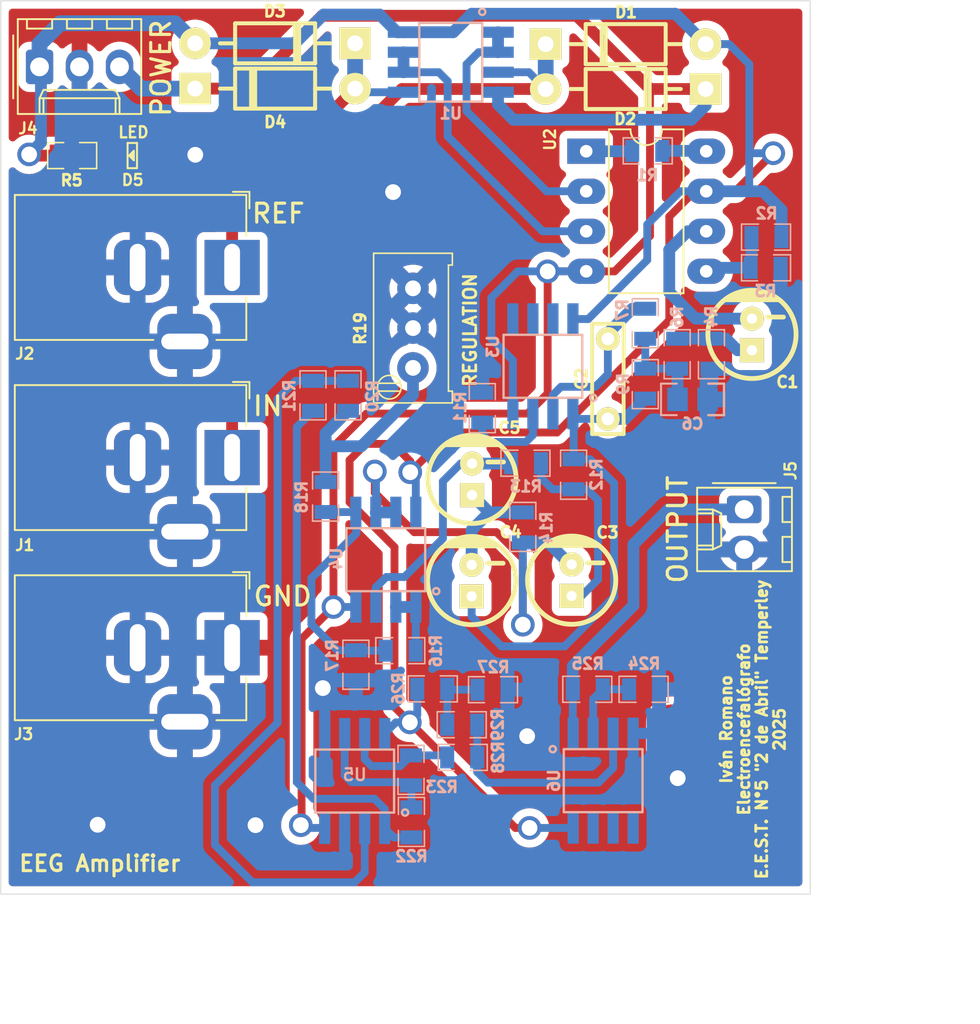
<source format=kicad_pcb>
(kicad_pcb (version 20240108) (generator "pcbnew") (generator_version "8.0")
  (title_block (title "Amplificador Electroencefalograma") (date "13-06-25") (rev "v3,.0") (company "E.E.S.T. N°5 \"2 de Abril\" Temperley") (comment 1 "Autor: Iván Romano") (comment 2 "Curso: 7mo 6ta") (comment 3 "Grupo: 2"))
  (layers (0 "F.Cu" signal) (31 "B.Cu" signal) (34 "B.Paste" user) (35 "F.Paste" user) (36 "B.SilkS" user "B.Silkscreen") (37 "F.SilkS" user "F.Silkscreen") (38 "B.Mask" user) (39 "F.Mask" user) (44 "Edge.Cuts" user))
  (net 0 "")
  (net 1 "Net-(C1-Pad1)")
  (net 2 "/AD620_OUT")
  (net 3 "/Filters_OUT")
  (net 4 "Net-(U3-IN1-)")
  (net 5 "Net-(C3-Pad1)")
  (net 6 "Net-(U4-IN2-)")
  (net 7 "Net-(C4-Pad2)")
  (net 8 "Net-(U4-IN1+)")
  (net 9 "Net-(C6-Pad1)")
  (net 10 "GND")
  (net 11 "-5V")
  (net 12 "+5V")
  (net 13 "/INPUT")
  (net 14 "/REF")
  (net 15 "/OUTPUT")
  (net 16 "Net-(R1-Pad2)")
  (net 17 "Net-(R1-Pad1)")
  (net 18 "/AD620_Ref")
  (net 19 "Net-(U3-IN1+)")
  (net 20 "Net-(U4-IN1-)")
  (net 21 "/NotchFilter_OUT")
  (net 22 "Net-(R18-Pad2)")
  (net 23 "Net-(U5-IN1-)")
  (net 24 "Net-(U5-Out1)")
  (net 25 "Net-(U5-IN2-)")
  (net 26 "Net-(U6-IN1-)")
  (net 27 "/Offset_Ref")
  (net 28 "Net-(U6-IN1+)")
  (net 29 "/Amp_OUT")
  (net 30 "/IN-")
  (net 31 "/IN+")
  (net 38 "Net-(D5-A)")
  (footprint "Logo Romano:Potenciometer_Trimpot" (layer "F.Cu") (at 154.065 89.6075 90)
    (property "Reference" "R19")
    (property "Value" "REGULATION")
  )
  (footprint "Connector_BarrelJack:BarrelJack_Horizontal" (layer "F.Cu") (at 142.58 85.7575)
    (property "Reference" "J2")
    (property "Value" "REF")
  )
  (footprint "Connector_BarrelJack:BarrelJack_Horizontal" (layer "F.Cu") (at 142.58 97.82625)
    (property "Reference" "J1")
    (property "Value" "IN")
  )
  (footprint "EESTN5:R_0805" (layer "F.Cu") (at 132.39 78.6575)
    (property "Reference" "R5")
    (property "Value" "470" (hide yes))
  )
  (footprint "Connector_Molex:Molex_KK-254_AE-6410-03A_1x03_P2.54mm_Vertical" (layer "F.Cu") (at 130.35 73.0275)
    (property "Reference" "J4")
    (property "Value" "POWER")
  )
  (footprint "EESTN5:CAP_ELEC_5x11mm" (layer "F.Cu") (at 175.59 90.0075)
    (property "Reference" "C1")
    (property "Value" "470u" (hide yes))
  )
  (footprint "EESTN5:CAP_ELEC_5x11mm" (layer "F.Cu") (at 164.14 105.6075)
    (property "Reference" "C3")
    (property "Value" "22u" (hide yes))
  )
  (footprint "EESTN5:CAP_ELEC_5x11mm" (layer "F.Cu") (at 157.79 105.6325)
    (property "Reference" "C4")
    (property "Value" "10u" (hide yes))
  )
  (footprint "EESTN5:DO-41" (layer "F.Cu") (at 145.30997 74.40696 180)
    (property "Reference" "D4")
    (property "Value" "1N4007" (hide yes))
  )
  (footprint "EESTN5:DO-41" (layer "F.Cu") (at 167.57 71.5825 180)
    (property "Reference" "D2")
    (property "Value" "1N4007" (hide yes))
  )
  (footprint "EESTN5:Led_0805" (layer "F.Cu") (at 136.24 78.6575 180)
    (property "Reference" "D5")
    (property "Value" "LED")
  )
  (footprint "EESTN5:CAP_ELEC_5x11mm" (layer "F.Cu") (at 157.815 99.2075)
    (property "Reference" "C5")
    (property "Value" "10u" (hide yes))
  )
  (footprint "Connector_BarrelJack:BarrelJack_Horizontal" (layer "F.Cu") (at 142.58 109.895)
    (property "Reference" "J3")
    (property "Value" "GND")
  )
  (footprint "EESTN5:CAP_0.2" (layer "F.Cu") (at 166.44 92.8325 90)
    (property "Reference" "C2")
    (property "Value" "4700n" (hide yes))
  )
  (footprint "Logo Romano:Logo_Romano" (layer "F.Cu") (at 170.85 114.85 90)
    (property "Reference" "G***" (hide yes))
    (property "Value" "LOGO" (hide yes))
  )
  (footprint "Connector_Molex:Molex_KK-254_AE-6410-02A_1x02_P2.54mm_Vertical" (layer "F.Cu") (at 175.0974 101.1175 -90)
    (property "Reference" "J5")
    (property "Value" "OUTPUT")
  )
  (footprint "EESTN5:DO-41" (layer "F.Cu") (at 167.57 74.4325)
    (property "Reference" "D1")
    (property "Value" "1N4007" (hide yes))
  )
  (footprint "EESTN5:DO-41" (layer "F.Cu") (at 145.30997 71.5325)
    (property "Reference" "D3")
    (property "Value" "1N4007" (hide yes))
  )
  (footprint "EESTN5:DIP-8" (layer "F.Cu") (at 165.065 78.3825)
    (property "Reference" "U2")
    (property "Value" "AD620" (hide yes))
  )
  (footprint "EESTN5:R_0805" (layer "B.Cu") (at 161.04 102.2575 90)
    (property "Reference" "R14")
    (property "Value" "150" (hide yes))
  )
  (footprint "EESTN5:R_0805" (layer "B.Cu") (at 153.94 117.68 90)
    (property "Reference" "R23")
    (property "Value" "1k" (hide yes))
  )
  (footprint "EESTN5:R_0805" (layer "B.Cu") (at 168.815 89.3325 90)
    (property "Reference" "R7")
    (property "Value" "22" (hide yes))
  )
  (footprint "EESTN5:R_0805" (layer "B.Cu") (at 153.29 110.0825 180)
    (property "Reference" "R16")
    (property "Value" "330" (hide yes))
  )
  (footprint "EESTN5:R_0805" (layer "B.Cu") (at 153.965 120.9825 90)
    (property "Reference" "R22")
    (property "Value" "270" (hide yes))
  )
  (footprint "EESTN5:R_0805" (layer "B.Cu") (at 157.19 114.7825 180)
    (property "Reference" "R29")
    (property "Value" "1k" (hide yes))
  )
  (footprint "EESTN5:R_0805" (layer "B.Cu") (at 168.815 93.1325 -90)
    (property "Reference" "R9")
    (property "Value" "220" (hide yes))
  )
  (footprint "EESTN5:R_0805" (layer "B.Cu") (at 165.165 112.5325 180)
    (property "Reference" "R25")
    (property "Value" "1k" (hide yes))
  )
  (footprint "EESTN5:R_0805" (layer "B.Cu") (at 149.94 93.9075 90)
    (property "Reference" "R20")
    (property "Value" "10k" (hide yes))
  )
  (footprint "EESTN5:SSOP-8" (layer "B.Cu") (at 156.465 72.7325 -90)
    (property "Reference" "U1")
    (property "Value" "LM358" (hide yes))
  )
  (footprint "EESTN5:SSOP-8" (layer "B.Cu") (at 152.34 104.3075 180)
    (property "Reference" "U4")
    (property "Value" "LM358" (hide yes))
  )
  (footprint "EESTN5:SSOP-8" (layer "B.Cu") (at 162.315 92.0325 180)
    (property "Reference" "U3")
    (property "Value" "LM358" (hide yes))
  )
  (footprint "EESTN5:R_0805" (layer "B.Cu") (at 157.19 116.8575)
    (property "Reference" "R28")
    (property "Value" "1k" (hide yes))
  )
  (footprint "EESTN5:R_0805" (layer "B.Cu") (at 159.115 112.5575)
    (property "Reference" "R27")
    (property "Value" "220" (hide yes))
  )
  (footprint "EESTN5:R_0805" (layer "B.Cu") (at 168.94 78.3575)
    (property "Reference" "R1")
    (property "Value" "56" (hide yes))
  )
  (footprint "EESTN5:R_0805" (layer "B.Cu") (at 148.515 100.3325 90)
    (property "Reference" "R18")
    (property "Value" "4,7k" (hide yes))
  )
  (footprint "EESTN5:R_0805" (layer "B.Cu") (at 176.515 83.8325 180)
    (property "Reference" "R2")
    (property "Value" "510" (hide yes))
  )
  (footprint "EESTN5:SSOP-8" (layer "B.Cu") (at 150.365 118.3575 180)
    (property "Reference" "U5")
    (property "Value" "LM358" (hide yes))
  )
  (footprint "EESTN5:R_0805" (layer "B.Cu") (at 147.715 93.9075 90)
    (property "Reference" "R21")
    (property "Value" "100k" (hide yes))
  )
  (footprint "EESTN5:R_0805" (layer "B.Cu") (at 155.29 112.5075)
    (property "Reference" "R26")
    (property "Value" "510" (hide yes))
  )
  (footprint "EESTN5:R_0805" (layer "B.Cu") (at 150.44 111.0075 90)
    (property "Reference" "R17")
    (property "Value" "4,7k" (hide yes))
  )
  (footprint "EESTN5:R_0805" (layer "B.Cu") (at 158.465 94.6575 -90)
    (property "Reference" "R11")
    (property "Value" "47" (hide yes))
  )
  (footprint "EESTN5:R_0805" (layer "B.Cu") (at 170.84 91.2325 -90)
    (property "Reference" "R6")
    (property "Value" "22" (hide yes))
  )
  (footprint "EESTN5:R_0805" (layer "B.Cu") (at 168.74 112.5325 180)
    (property "Reference" "R24")
    (property "Value" "1k" (hide yes))
  )
  (footprint "EESTN5:R_0805" (layer "B.Cu") (at 173.015 91.2325 -90)
    (property "Reference" "R4")
    (property "Value" "680" (hide yes))
  )
  (footprint "EESTN5:R_0805" (layer "B.Cu") (at 161.24 98.1825 180)
    (property "Reference" "R13")
    (property "Value" "330" (hide yes))
  )
  (footprint "EESTN5:R_0805" (layer "B.Cu") (at 164.265 98.8825 -90)
    (property "Reference" "R12")
    (property "Value" "330" (hide yes))
  )
  (footprint "EESTN5:R_0805" (layer "B.Cu") (at 176.4515 85.7825)
    (property "Reference" "R3")
    (property "Value" "220" (hide yes))
  )
  (footprint "EESTN5:SSOP-8" (layer "B.Cu") (at 166.14 118.3325)
    (property "Reference" "U6")
    (property "Value" "LM358" (hide yes))
  )
  (footprint "EESTN5:C_0805" (layer "B.Cu") (at 171.815 94.1325 180)
    (property "Reference" "C6")
    (property "Value" "100u" (hide yes))
  )
  (gr_rect (start 127.89 68.8325) (end 179.29 125.5325) (stroke (width 0.05)) (fill none) (layer "Edge.Cuts"))
  (gr_text "Iván Romano\nElectroencefalógrafo\nE.E.S.T. N°5 {dblquote}2 de Abril{dblquote} Temperley\n2025" (at 177.75 115.075 90) (layer "F.SilkS") (effects (font (size 0.7 0.7) (thickness 0.175) (bold yes)) (justify bottom)))
  (gr_text "EEG Amplifier" (at 128.95 124.175 0) (layer "F.SilkS") (effects (font (size 1 1) (thickness 0.2) (bold yes)) (justify left bottom)))
  (segment (start 173.9375 90.28) (end 173.015 90.28) (width 0.75) (layer "B.Cu") (net 1))
  (segment (start 174.665 91.0075) (end 173.9375 90.28) (width 0.75) (layer "B.Cu") (net 1))
  (segment (start 175.59 91.0075) (end 174.665 91.0075) (width 0.75) (layer "B.Cu") (net 1))
  (segment (start 173.015 90.28) (end 170.84 90.28) (width 0.75) (layer "B.Cu") (net 1))
  (segment (start 170.34 84.6325) (end 171.51 83.4625) (width 0.75) (layer "B.Cu") (net 2))
  (segment (start 171.51 83.4625) (end 172.685 83.4625) (width 0.75) (layer "B.Cu") (net 2))
  (segment (start 172.015 89.0075) (end 170.34 87.3325) (width 0.75) (layer "B.Cu") (net 2))
  (segment (start 175.59 89.0075) (end 172.015 89.0075) (width 0.75) (layer "B.Cu") (net 2))
  (segment (start 170.34 87.3325) (end 170.34 84.6325) (width 0.75) (layer "B.Cu") (net 2))
  (segment (start 164.265 95.0775) (end 164.22 95.0325) (width 0.5) (layer "B.Cu") (net 3))
  (segment (start 164.56 95.3725) (end 164.22 95.0325) (width 0.5) (layer "B.Cu") (net 3))
  (segment (start 163.69 109.8075) (end 166.84 106.6575) (width 0.5) (layer "B.Cu") (net 3))
  (segment (start 166.44 95.3725) (end 164.56 95.3725) (width 0.5) (layer "B.Cu") (net 3))
  (segment (start 166.44 95.3725) (end 167.5275 95.3725) (width 0.75) (layer "B.Cu") (net 3))
  (segment (start 166.84 99.4575) (end 165.3125 97.93) (width 0.5) (layer "B.Cu") (net 3))
  (segment (start 167.5275 95.3725) (end 168.815 94.085) (width 0.75) (layer "B.Cu") (net 3))
  (segment (start 166.84 106.6575) (end 166.84 99.4575) (width 0.5) (layer "B.Cu") (net 3))
  (segment (start 157.79 106.6325) (end 157.79 107.9075) (width 0.5) (layer "B.Cu") (net 3))
  (segment (start 164.265 97.93) (end 164.265 95.0775) (width 0.5) (layer "B.Cu") (net 3))
  (segment (start 165.3125 97.93) (end 164.265 97.93) (width 0.5) (layer "B.Cu") (net 3))
  (segment (start 159.69 109.8075) (end 163.69 109.8075) (width 0.5) (layer "B.Cu") (net 3))
  (segment (start 157.79 107.9075) (end 159.69 109.8075) (width 0.5) (layer "B.Cu") (net 3))
  (segment (start 166.44 90.2925) (end 166.44 89.9325) (width 0.75) (layer "B.Cu") (net 4))
  (segment (start 162.95 95.0325) (end 162.95 93.8475) (width 0.5) (layer "B.Cu") (net 4))
  (segment (start 166.44 92.5325) (end 166.44 90.2925) (width 0.5) (layer "B.Cu") (net 4))
  (segment (start 166.44 89.9325) (end 167.9925 88.38) (width 0.75) (layer "B.Cu") (net 4))
  (segment (start 162.95 93.8475) (end 163.465 93.3325) (width 0.5) (layer "B.Cu") (net 4))
  (segment (start 165.64 93.3325) (end 166.44 92.5325) (width 0.5) (layer "B.Cu") (net 4))
  (segment (start 167.9925 88.38) (end 168.815 88.38) (width 0.75) (layer "B.Cu") (net 4))
  (segment (start 163.465 93.3325) (end 165.64 93.3325) (width 0.5) (layer "B.Cu") (net 4))
  (segment (start 162.9175 99.835) (end 162.1925 99.11) (width 0.5) (layer "B.Cu") (net 5))
  (segment (start 165.815 105.5575) (end 165.815 100.5325) (width 0.5) (layer "B.Cu") (net 5))
  (segment (start 164.265 99.835) (end 162.9175 99.835) (width 0.5) (layer "B.Cu") (net 5))
  (segment (start 164.14 106.6075) (end 164.765 106.6075) (width 0.5) (layer "B.Cu") (net 5))
  (segment (start 165.815 100.5325) (end 165.1175 99.835) (width 0.5) (layer "B.Cu") (net 5))
  (segment (start 165.1175 99.835) (end 164.265 99.835) (width 0.5) (layer "B.Cu") (net 5))
  (segment (start 162.1925 99.11) (end 162.1925 98.1825) (width 0.5) (layer "B.Cu") (net 5))
  (segment (start 164.765 106.6075) (end 165.815 105.5575) (width 0.5) (layer "B.Cu") (net 5))
  (segment (start 159.365 102.5575) (end 154.14 102.5575) (width 0.5) (layer "F.Cu") (net 6))
  (segment (start 161.04 108.4325) (end 161.04 104.2325) (width 0.5) (layer "F.Cu") (net 6))
  (segment (start 161.04 104.2325) (end 159.365 102.5575) (width 0.5) (layer "F.Cu") (net 6))
  (segment (start 154.14 102.5575) (end 151.64 100.0575) (width 0.5) (layer "F.Cu") (net 6))
  (segment (start 151.64 100.0575) (end 151.64 98.7075) (width 0.5) (layer "F.Cu") (net 6))
  (via (at 151.64 98.7075) (size 1.5) (drill 1) (layers "F.Cu" "B.Cu") (net 6))
  (via (at 161.04 108.4325) (size 1.5) (drill 1) (layers "F.Cu" "B.Cu") (net 6))
  (segment (start 151.715 101.2975) (end 151.705 101.3075) (width 0.5) (layer "B.Cu") (net 6))
  (segment (start 151.715 98.7825) (end 151.715 101.2975) (width 0.5) (layer "B.Cu") (net 6))
  (segment (start 151.64 98.7075) (end 151.715 98.7825) (width 0.5) (layer "B.Cu") (net 6))
  (segment (start 162.6425 103.21) (end 161.04 103.21) (width 0.75) (layer "B.Cu") (net 6))
  (segment (start 161.04 103.21) (end 161.04 108.4325) (width 0.5) (layer "B.Cu") (net 6))
  (segment (start 151.705 101.3075) (end 152.975 101.3075) (width 0.75) (layer "B.Cu") (net 6))
  (segment (start 164.04 104.6075) (end 162.6425 103.21) (width 0.75) (layer "B.Cu") (net 6))
  (segment (start 164.14 104.6075) (end 164.04 104.6075) (width 0.75) (layer "B.Cu") (net 6))
  (segment (start 158.9125 101.305) (end 157.815 100.2075) (width 0.75) (layer "B.Cu") (net 7))
  (segment (start 161.04 101.305) (end 158.9125 101.305) (width 0.75) (layer "B.Cu") (net 7))
  (segment (start 157.79 102.4275) (end 158.9125 101.305) (width 0.75) (layer "B.Cu") (net 7))
  (segment (start 157.79 104.6325) (end 157.79 102.4275) (width 0.75) (layer "B.Cu") (net 7))
  (segment (start 157.815 98.2075) (end 160.2625 98.2075) (width 0.75) (layer "B.Cu") (net 8))
  (segment (start 157.09 98.2075) (end 157.815 98.2075) (width 0.5) (layer "B.Cu") (net 8))
  (segment (start 153.515 105.4075) (end 155.965 102.9575) (width 0.5) (layer "B.Cu") (net 8))
  (segment (start 160.2625 98.2075) (end 160.2875 98.1825) (width 0.75) (layer "B.Cu") (net 8))
  (segment (start 151.705 106.0675) (end 152.365 105.4075) (width 0.5) (layer "B.Cu") (net 8))
  (segment (start 155.965 102.9575) (end 155.965 99.3325) (width 0.5) (layer "B.Cu") (net 8))
  (segment (start 152.365 105.4075) (end 153.515 105.4075) (width 0.5) (layer "B.Cu") (net 8))
  (segment (start 151.705 107.3075) (end 151.705 106.0675) (width 0.5) (layer "B.Cu") (net 8))
  (segment (start 155.965 99.3325) (end 157.09 98.2075) (width 0.5) (layer "B.Cu") (net 8))
  (segment (start 168.815 92.18) (end 170.835 92.18) (width 0.5) (layer "B.Cu") (net 9))
  (segment (start 168.815 92.18) (end 168.815 90.285) (width 0.5) (layer "B.Cu") (net 9))
  (segment (start 170.82 92.205) (end 170.84 92.185) (width 0.75) (layer "B.Cu") (net 9))
  (segment (start 170.835 92.18) (end 170.84 92.185) (width 0.5) (layer "B.Cu") (net 9))
  (segment (start 170.8625 94.1325) (end 170.8625 92.2075) (width 0.75) (layer "B.Cu") (net 9))
  (segment (start 170.8625 92.2075) (end 170.84 92.185) (width 0.75) (layer "B.Cu") (net 9))
  (segment (start 137.28902 78.6575) (end 140.19 78.6575) (width 0.75) (layer "F.Cu") (net 10))
  (segment (start 140.19 78.6575) (end 140.24 78.6075) (width 0.75) (layer "F.Cu") (net 10))
  (via (at 152.8 80.975) (size 1.5) (drill 1) (layers "F.Cu" "B.Cu") (net 10))
  (via (at 140.24 78.6075) (size 1.5) (drill 1) (layers "F.Cu" "B.Cu") (net 10))
  (via (at 161.315 115.5075) (size 1.5) (drill 1) (layers "F.Cu" "B.Cu") (net 10))
  (via (at 144.065 121.1575) (size 1.5) (drill 1) (layers "F.Cu" "B.Cu") (net 10))
  (via (at 134.04 121.1325) (size 1.5) (drill 1) (layers "F.Cu" "B.Cu") (net 10))
  (via (at 148.34 112.4575) (size 1.5) (drill 1) (layers "F.Cu" "B.Cu") (net 10))
  (via (at 170.875 118.175) (size 1.5) (drill 1) (layers "F.Cu" "B.Cu") (net 10))
  (segment (start 169.115 74.4325) (end 172.65 74.4325) (width 0.75) (layer "F.Cu") (net 11))
  (segment (start 148.29 69.7825) (end 164.465 69.7825) (width 0.75) (layer "F.Cu") (net 11))
  (segment (start 166.865 86.0075) (end 169.115 83.7575) (width 0.5) (layer "F.Cu") (net 11))
  (segment (start 146.94 121.1575) (end 146.99 121.1075) (width 0.5) (layer "F.Cu") (net 11))
  (segment (start 162.615 93.7575) (end 162.615 86.0075) (width 0.5) (layer "F.Cu") (net 11))
  (segment (start 149.015 107.3075) (end 149.015 97.1325) (width 0.5) (layer "F.Cu") (net 11))
  (segment (start 149.015 97.1325) (end 151.115 95.0325) (width 0.5) (layer "F.Cu") (net 11))
  (segment (start 143.66554 74.40696) (end 148.29 69.7825) (width 0.75) (layer "F.Cu") (net 11))
  (segment (start 146.99 121.1075) (end 146.99 109.3325) (width 0.5) (layer "F.Cu") (net 11))
  (segment (start 164.465 69.7825) (end 169.115 74.4325) (width 0.75) (layer "F.Cu") (net 11))
  (segment (start 151.115 95.0325) (end 161.34 95.0325) (width 0.5) (layer "F.Cu") (net 11))
  (segment (start 161.34 95.0325) (end 162.615 93.7575) (width 0.5) (layer "F.Cu") (net 11))
  (segment (start 169.115 83.7575) (end 169.115 74.4325) (width 0.5) (layer "F.Cu") (net 11))
  (segment (start 140.22997 74.40696) (end 143.66554 74.40696) (width 0.75) (layer "F.Cu") (net 11))
  (segment (start 146.99 109.3325) (end 149.015 107.3075) (width 0.5) (layer "F.Cu") (net 11))
  (segment (start 162.615 86.0075) (end 166.865 86.0075) (width 0.5) (layer "F.Cu") (net 11))
  (via (at 149.015 107.3075) (size 1.5) (drill 1) (layers "F.Cu" "B.Cu") (net 11))
  (via (at 146.94 121.1575) (size 1.5) (drill 1) (layers "F.Cu" "B.Cu") (net 11))
  (via (at 162.615 86.0075) (size 1.5) (drill 1) (layers "F.Cu" "B.Cu") (net 11))
  (segment (start 172.65 74.4325) (end 172.65 75.4725) (width 0.75) (layer "B.Cu") (net 11))
  (segment (start 162.62 86.0025) (end 162.615 86.0075) (width 0.5) (layer "B.Cu") (net 11))
  (segment (start 165.065 86.0025) (end 162.62 86.0025) (width 0.5) (layer "B.Cu") (net 11))
  (segment (start 160.44 76.3825) (end 159.465 75.4075) (width 0.75) (layer "B.Cu") (net 11))
  (segment (start 136.80946 74.40696) (end 135.43 73.0275) (width 1) (layer "B.Cu") (net 11))
  (segment (start 139.73048 74.38699) (end 139.75045 74.40696) (width 1) (layer "B.Cu") (net 11))
  (segment (start 140.22997 74.40696) (end 136.80946 74.40696) (width 1) (layer "B.Cu") (net 11))
  (segment (start 160.41 91.6525) (end 159.04 90.2825) (width 0.5) (layer "B.Cu") (net 11))
  (segment (start 159.04 90.2825) (end 159.04 87.6825) (width 0.5) (layer "B.Cu") (net 11))
  (segment (start 147.115 121.3325) (end 146.94 121.1575) (width 0.5) (layer "B.Cu") (net 11))
  (segment (start 148.46 121.3325) (end 147.115 121.3325) (width 0.5) (layer "B.Cu") (net 11))
  (segment (start 171.74 76.3825) (end 160.44 76.3825) (width 0.75) (layer "B.Cu") (net 11))
  (segment (start 150.435 107.3075) (end 149.015 107.3075) (width 0.5) (layer "B.Cu") (net 11))
  (segment (start 159.04 87.6825) (end 160.715 86.0075) (width 0.5) (layer "B.Cu") (net 11))
  (segment (start 172.65 75.4725) (end 171.74 76.3825) (width 0.75) (layer "B.Cu") (net 11))
  (segment (start 159.465 75.4075) (end 159.465 74.6375) (width 0.75) (layer "B.Cu") (net 11))
  (segment (start 160.41 95.0325) (end 160.41 91.6525) (width 0.5) (layer "B.Cu") (net 11))
  (segment (start 160.715 86.0075) (end 162.615 86.0075) (width 0.5) (layer "B.Cu") (net 11))
  (segment (start 170.34 89.1075) (end 170.34 82.5325) (width 0.5) (layer "F.Cu") (net 12))
  (segment (start 152.79 96.9575) (end 153.89 98.0575) (width 0.5) (layer "F.Cu") (net 12))
  (segment (start 131.4375 78.6575) (end 129.765 78.6575) (width 0.75) (layer "F.Cu") (net 12))
  (segment (start 160.565 121.3325) (end 153.865 114.6325) (width 0.5) (layer "F.Cu") (net 12))
  (segment (start 130.39 73.0675) (end 130.35 73.0275) (width 0.75) (layer "F.Cu") (net 12))
  (segment (start 140.23548 70.9025) (end 139.60548 71.5325) (width 0.75) (layer "F.Cu") (net 12))
  (segment (start 163.215 96.2325) (end 170.34 89.1075) (width 0.5) (layer "F.Cu") (net 12))
  (segment (start 156.415 96.2325) (end 163.215 96.2325) (width 0.5) (layer "F.Cu") (net 12))
  (segment (start 150.04 97.9825) (end 151.065 96.9575) (width 0.5) (layer "F.Cu") (net 12))
  (segment (start 170.34 82.5325) (end 171.95 80.9225) (width 0.5) (layer "F.Cu") (net 12))
  (segment (start 152.89 103.5075) (end 150.04 100.6575) (width 0.5) (layer "F.Cu") (net 12))
  (segment (start 161.465 121.3325) (end 160.565 121.3325) (width 0.5) (layer "F.Cu") (net 12))
  (segment (start 172.685 80.9225) (end 174.525 80.9225) (width 0.5) (layer "F.Cu") (net 12))
  (segment (start 152.89 113.6575) (end 152.89 103.5075) (width 0.5) (layer "F.Cu") (net 12))
  (segment (start 151.065 96.9575) (end 152.79 96.9575) (width 0.5) (layer "F.Cu") (net 12))
  (segment (start 153.89 98.7575) (end 156.415 96.2325) (width 0.5) (layer "F.Cu") (net 12))
  (segment (start 174.525 80.9225) (end 176.94 78.5075) (width 0.5) (layer "F.Cu") (net 12))
  (segment (start 153.89 98.0575) (end 153.89 98.7575) (width 0.5) (layer "F.Cu") (net 12))
  (segment (start 129.765 78.6575) (end 129.69 78.5825) (width 0.75) (layer "F.Cu") (net 12))
  (segment (start 153.865 114.6325) (end 152.89 113.6575) (width 0.5) (layer "F.Cu") (net 12))
  (segment (start 171.95 80.9225) (end 172.685 80.9225) (width 0.5) (layer "F.Cu") (net 12))
  (segment (start 150.04 100.6575) (end 150.04 97.9825) (width 0.5) (layer "F.Cu") (net 12))
  (via (at 153.89 98.7575) (size 1.5) (drill 1) (layers "F.Cu" "B.Cu") (net 12))
  (via (at 153.865 114.6325) (size 1.5) (drill 1) (layers "F.Cu" "B.Cu") (net 12))
  (via (at 176.94 78.5075) (size 1.5) (drill 1) (layers "F.Cu" "B.Cu") (net 12))
  (via (at 129.69 78.5825) (size 1.5) (drill 1) (layers "F.Cu" "B.Cu") (net 12))
  (via (at 161.465 121.3325) (size 1.5) (drill 1) (layers "F.Cu" "B.Cu") (net 12))
  (segment (start 171.05 80.9225) (end 172.685 80.9225) (width 0.5) (layer "B.Cu") (net 12))
  (segment (start 170.725 69.6575) (end 172.65 71.5825) (width 0.75) (layer "B.Cu") (net 12))
  (segment (start 129.69 78.5825) (end 130.44 77.8325) (width 0.75) (layer "B.Cu") (net 12))
  (segment (start 146.565 71.5325) (end 148.39 69.7075) (width 0.75) (layer "B.Cu") (net 12))
  (segment (start 154.3375 112.5075) (end 154.3375 114.16) (width 0.5) (layer "B.Cu") (net 12))
  (segment (start 151.94 69.7075) (end 153.06 70.8275) (width 0.75) (layer "B.Cu") (net 12))
  (segment (start 172.7 80.9075) (end 172.685 80.9225) (width 1) (layer "B.Cu") (net 12))
  (segment (start 175.415 78.564) (end 175.415 80.8725) (width 0.5) (layer "B.Cu") (net 12))
  (segment (start 156.62 70.8275) (end 157.79 69.6575) (width 0.75) (layer "B.Cu") (net 12))
  (segment (start 130.44 77.8325) (end 130.44 73.1175) (width 0.75) (layer "B.Cu") (net 12))
  (segment (start 175.4715 78.5075) (end 175.415 78.564) (width 0.5) (layer "B.Cu") (net 12))
  (segment (start 152.97 114.6325) (end 152.27 115.3325) (width 0.5) (layer "B.Cu") (net 12))
  (segment (start 164.235 121.3325) (end 161.465 121.3325) (width 0.5) (layer "B.Cu") (net 12))
  (segment (start 176.94 78.5075) (end 175.4715 78.5075) (width 0.5) (layer "B.Cu") (net 12))
  (segment (start 130.35 73.0275) (end 130.35 71.5725) (width 1) (layer "B.Cu") (net 12))
  (segment (start 153.06 70.8275) (end 153.465 70.8275) (width 0.75) (layer "B.Cu") (net 12))
  (segment (start 175.465 80.9225) (end 172.685 80.9225) (width 0.75) (layer "B.Cu") (net 12))
  (segment (start 148.39 69.7075) (end 151.94 69.7075) (width 0.75) (layer "B.Cu") (net 12))
  (segment (start 154.3375 114.16) (end 153.865 114.6325) (width 0.5) (layer "B.Cu") (net 12))
  (segment (start 153.465 70.8275) (end 156.62 70.8275) (width 0.75) (layer "B.Cu") (net 12))
  (segment (start 175.4215 78.5575) (end 175.4215 72.864) (width 0.5) (layer "B.Cu") (net 12))
  (segment (start 140.22997 71.5325) (end 146.565 71.5325) (width 0.75) (layer "B.Cu") (net 12))
  (segment (start 154.245 101.3075) (end 154.245 99.1125) (width 0.5) (layer "B.Cu") (net 12))
  (segment (start 177.4675 83.8325) (end 177.4675 82.11) (width 0.75) (layer "B.Cu") (net 12))
  (segment (start 175.4215 72.864) (end 174.14 71.5825) (width 0.5) (layer "B.Cu") (net 12))
  (segment (start 130.44 73.1175) (end 130.35 73.0275) (width 0.75) (layer "B.Cu") (net 12))
  (segment (start 164.22 89.0325) (end 165.19 89.0325) (width 0.5) (layer "B.Cu") (net 12))
  (segment (start 138.95497 70.2575) (end 140.22997 71.5325) (width 1) (layer "B.Cu") (net 12))
  (segment (start 168.94 85.2825) (end 168.94 83.0325) (width 0.5) (layer "B.Cu") (net 12))
  (segment (start 157.79 69.6575) (end 170.725 69.6575) (width 0.75) (layer "B.Cu") (net 12))
  (segment (start 176.28 80.9225) (end 175.465 80.9225) (width 0.75) (layer "B.Cu") (net 12))
  (segment (start 165.19 89.0325) (end 168.94 85.2825) (width 0.5) (layer "B.Cu") (net 12))
  (segment (start 153.865 114.6325) (end 152.97 114.6325) (width 0.5) (layer "B.Cu") (net 12))
  (segment (start 154.245 99.1125) (end 153.89 98.7575) (width 0.5) (layer "B.Cu") (net 12))
  (segment (start 131.665 70.2575) (end 138.95497 70.2575) (width 1) (layer "B.Cu") (net 12))
  (segment (start 175.4715 78.5075) (end 175.4215 78.5575) (width 0.5) (layer "B.Cu") (net 12))
  (segment (start 177.4675 82.11) (end 176.28 80.9225) (width 0.75) (layer "B.Cu") (net 12))
  (segment (start 168.94 83.0325) (end 171.05 80.9225) (width 0.5) (layer "B.Cu") (net 12))
  (segment (start 174.14 71.5825) (end 172.65 71.5825) (width 0.5) (layer "B.Cu") (net 12))
  (segment (start 130.35 71.5725) (end 131.665 70.2575) (width 1) (layer "B.Cu") (net 12))
  (segment (start 177.531 83.896) (end 177.4675 83.8325) (width 0.75) (layer "B.Cu") (net 12))
  (segment (start 175.415 80.8725) (end 175.465 80.9225) (width 0.5) (layer "B.Cu") (net 12))
  (segment (start 142.58 97.82625) (end 142.74875 97.6575) (width 0.75) (layer "F.Cu") (net 13))
  (segment (start 142.58 97.82625) (end 142.58 90.9425) (width 0.75) (layer "F.Cu") (net 13))
  (segment (start 142.58 90.9425) (end 145.79 87.7325) (width 0.75) (layer "F.Cu") (net 13))
  (segment (start 145.79 82.0075) (end 153.365 74.4325) (width 0.75) (layer "F.Cu") (net 13))
  (segment (start 145.79 87.7325) (end 145.79 82.0075) (width 0.75) (layer "F.Cu") (net 13))
  (segment (start 153.365 74.4325) (end 162.49 74.4325) (width 0.75) (layer "F.Cu") (net 13))
  (segment (start 162.49 73.1825) (end 162.49 71.5825) (width 1) (layer "B.Cu") (net 13))
  (segment (start 162.49 74.4325) (end 162.49 73.1825) (width 1) (layer "B.Cu") (net 13))
  (segment (start 161.425 73.3675) (end 162.49 74.4325) (width 0.5) (layer "B.Cu") (net 13))
  (segment (start 159.465 73.3675) (end 161.425 73.3675) (width 0.5) (layer "B.Cu") (net 13))
  (segment (start 142.58 82.21693) (end 150.38997 74.40696) (width 0.75) (layer "F.Cu") (net 14))
  (segment (start 142.58 85.7575) (end 142.58 82.21693) (width 0.75) (layer "F.Cu") (net 14))
  (segment (start 150.62051 74.6375) (end 150.38997 74.40696) (width 0.75) (layer "B.Cu") (net 14))
  (segment (start 153.465 74.6375) (end 150.62051 74.6375) (width 0.5) (layer "B.Cu") (net 14))
  (segment (start 150.38997 74.40696) (end 150.38997 71.5325) (width 1) (layer "B.Cu") (net 14))
  (segment (start 168.065 103.3325) (end 168.065 107.2075) (width 0.75) (layer "B.Cu") (net 15))
  (segment (start 164.2125 115.31) (end 164.235 115.3325) (width 0.5) (layer "B.Cu") (net 15))
  (segment (start 175.0974 101.1175) (end 170.28 101.1175) (width 0.75) (layer "B.Cu") (net 15))
  (segment (start 164.2125 111.06) (end 164.2125 112.5325) (width 0.75) (layer "B.Cu") (net 15))
  (segment (start 164.2125 112.5325) (end 164.2125 115.31) (width 0.5) (layer "B.Cu") (net 15))
  (segment (start 170.28 101.1175) (end 168.065 103.3325) (width 0.75) (layer "B.Cu") (net 15))
  (segment (start 168.065 107.2075) (end 164.2125 111.06) (width 0.75) (layer "B.Cu") (net 15))
  (segment (start 172.66 78.3575) (end 172.685 78.3825) (width 0.75) (layer "B.Cu") (net 16))
  (segment (start 169.8925 78.3575) (end 172.66 78.3575) (width 0.75) (layer "B.Cu") (net 16))
  (segment (start 167.9625 78.3825) (end 167.9875 78.3575) (width 0.75) (layer "B.Cu") (net 17))
  (segment (start 165.065 78.3825) (end 167.9625 78.3825) (width 0.75) (layer "B.Cu") (net 17))
  (segment (start 172.905 85.7825) (end 175.499 85.7825) (width 0.75) (layer "B.Cu") (net 18))
  (segment (start 172.685 86.0025) (end 172.905 85.7825) (width 0.75) (layer "B.Cu") (net 18))
  (segment (start 175.499 85.7825) (end 175.5625 85.719) (width 0.75) (layer "B.Cu") (net 18))
  (segment (start 175.5625 85.719) (end 175.5625 83.8325) (width 0.75) (layer "B.Cu") (net 18))
  (segment (start 158.465 96.3325) (end 158.965 96.8325) (width 0.5) (layer "B.Cu") (net 19))
  (segment (start 161.24 96.8325) (end 161.68 96.3925) (width 0.5) (layer "B.Cu") (net 19))
  (segment (start 158.465 95.61) (end 158.465 96.3325) (width 0.5) (layer "B.Cu") (net 19))
  (segment (start 158.965 96.8325) (end 161.24 96.8325) (width 0.5) (layer "B.Cu") (net 19))
  (segment (start 161.68 96.3925) (end 161.68 95.0325) (width 0.5) (layer "B.Cu") (net 19))
  (segment (start 152.975 107.3075) (end 154.245 107.3075) (width 0.75) (layer "B.Cu") (net 20))
  (segment (start 154.2425 107.31) (end 154.245 107.3075) (width 0.5) (layer "B.Cu") (net 20))
  (segment (start 154.2425 110.0825) (end 154.2425 107.31) (width 0.5) (layer "B.Cu") (net 20))
  (segment (start 147.615 105.4825) (end 150.465 102.6325) (width 0.5) (layer "B.Cu") (net 21))
  (segment (start 150.44 110.055) (end 149.2625 110.055) (width 0.5) (layer "B.Cu") (net 21))
  (segment (start 150.4125 101.285) (end 150.435 101.3075) (width 0.5) (layer "B.Cu") (net 21))
  (segment (start 150.465 102.6325) (end 150.465 101.3375) (width 0.5) (layer "B.Cu") (net 21))
  (segment (start 149.2625 110.055) (end 147.615 108.4075) (width 0.5) (layer "B.Cu") (net 21))
  (segment (start 147.615 108.4075) (end 147.615 105.4825) (width 0.5) (layer "B.Cu") (net 21))
  (segment (start 148.515 101.285) (end 150.4125 101.285) (width 0.5) (layer "B.Cu") (net 21))
  (segment (start 150.4675 110.0825) (end 150.44 110.055) (width 0.5) (layer "B.Cu") (net 21))
  (segment (start 150.465 101.3375) (end 150.435 101.3075) (width 0.5) (layer "B.Cu") (net 21))
  (segment (start 152.3375 110.0825) (end 150.4675 110.0825) (width 0.5) (layer "B.Cu") (net 21))
  (segment (start 148.515 96.285) (end 149.94 94.86) (width 0.75) (layer "B.Cu") (net 22))
  (segment (start 154.065 93.8325) (end 154.065 92.1325) (width 0.75) (layer "B.Cu") (net 22))
  (segment (start 148.515 99.38) (end 148.515 96.285) (width 0.75) (layer "B.Cu") (net 22))
  (segment (start 148.54 97.1075) (end 150.79 97.1075) (width 0.75) (layer "B.Cu") (net 22))
  (segment (start 150.79 97.1075) (end 154.065 93.8325) (width 0.75) (layer "B.Cu") (net 22))
  (segment (start 148.54 96.7825) (end 148.54 97.1075) (width 0.75) (layer "B.Cu") (net 22))
  (segment (start 145.465 94.1075) (end 145.465 114.6575) (width 0.5) (layer "B.Cu") (net 23))
  (segment (start 141.49 118.6325) (end 141.49 122.4075) (width 0.5) (layer "B.Cu") (net 23))
  (segment (start 151 124.1475) (end 151 121.3325) (width 0.5) (layer "B.Cu") (net 23))
  (segment (start 141.49 122.4075) (end 143.865 124.7825) (width 0.5) (layer "B.Cu") (net 23))
  (segment (start 149.94 92.955) (end 146.6175 92.955) (width 0.5) (layer "B.Cu") (net 23))
  (segment (start 145.465 114.6575) (end 141.49 118.6325) (width 0.5) (layer "B.Cu") (net 23))
  (segment (start 143.865 124.7825) (end 150.365 124.7825) (width 0.5) (layer "B.Cu") (net 23))
  (segment (start 146.6175 92.955) (end 145.465 94.1075) (width 0.5) (layer "B.Cu") (net 23))
  (segment (start 150.365 124.7825) (end 151 124.1475) (width 0.5) (layer "B.Cu") (net 23))
  (segment (start 152.8475 121.935) (end 152.27 121.3575) (width 0.5) (layer "B.Cu") (net 24))
  (segment (start 153.965 121.935) (end 152.8475 121.935) (width 0.5) (layer "B.Cu") (net 24))
  (segment (start 146.69 95.885) (end 147.715 94.86) (width 0.5) (layer "B.Cu") (net 24))
  (segment (start 152.27 121.3575) (end 152.27 120.1375) (width 0.5) (layer "B.Cu") (net 24))
  (segment (start 152.27 120.1375) (end 151.615 119.4825) (width 0.5) (layer "B.Cu") (net 24))
  (segment (start 147.74 119.4825) (end 146.69 118.4325) (width 0.5) (layer "B.Cu") (net 24))
  (segment (start 151.615 119.4825) (end 147.74 119.4825) (width 0.5) (layer "B.Cu") (net 24))
  (segment (start 146.69 118.4325) (end 146.69 95.885) (width 0.5) (layer "B.Cu") (net 24))
  (segment (start 153.74 118.4325) (end 153.94 118.6325) (width 0.5) (layer "B.Cu") (net 25))
  (segment (start 153.965 118.6575) (end 153.94 118.6325) (width 0.5) (layer "B.Cu") (net 25))
  (segment (start 149.73 117.9975) (end 150.165 118.4325) (width 0.5) (layer "B.Cu") (net 25))
  (segment (start 149.73 115.3325) (end 149.73 117.9975) (width 0.5) (layer "B.Cu") (net 25))
  (segment (start 150.165 118.4325) (end 153.74 118.4325) (width 0.5) (layer "B.Cu") (net 25))
  (segment (start 153.965 120.03) (end 153.965 118.6575) (width 0.5) (layer "B.Cu") (net 25))
  (segment (start 166.1175 112.5325) (end 165.505 113.145) (width 0.5) (layer "B.Cu") (net 26))
  (segment (start 165.505 113.145) (end 165.505 115.3325) (width 0.5) (layer "B.Cu") (net 26))
  (segment (start 167.7875 112.5325) (end 166.1175 112.5325) (width 0.5) (layer "B.Cu") (net 26))
  (segment (start 156.2425 114.7775) (end 156.2375 114.7825) (width 0.5) (layer "B.Cu") (net 27))
  (segment (start 156.2925 112.5575) (end 156.2425 112.5075) (width 0.5) (layer "B.Cu") (net 27))
  (segment (start 158.1625 112.5575) (end 156.2925 112.5575) (width 0.5) (layer "B.Cu") (net 27))
  (segment (start 156.2425 112.5075) (end 156.2425 114.7775) (width 0.5) (layer "B.Cu") (net 27))
  (segment (start 158.1425 117.785) (end 158.1425 116.8575) (width 0.5) (layer "B.Cu") (net 28))
  (segment (start 158.815 118.4575) (end 158.1425 117.785) (width 0.5) (layer "B.Cu") (net 28))
  (segment (start 166.775 117.5225) (end 165.84 118.4575) (width 0.5) (layer "B.Cu") (net 28))
  (segment (start 165.84 118.4575) (end 158.815 118.4575) (width 0.5) (layer "B.Cu") (net 28))
  (segment (start 166.775 115.3325) (end 166.775 117.5225) (width 0.5) (layer "B.Cu") (net 28))
  (segment (start 158.1425 116.8575) (end 158.1425 114.7825) (width 0.5) (layer "B.Cu") (net 28))
  (segment (start 153.94 116.7275) (end 153.26 117.4075) (width 0.5) (layer "B.Cu") (net 29))
  (segment (start 151 116.9675) (end 151 115.3325) (width 0.5) (layer "B.Cu") (net 29))
  (segment (start 156.1075 116.7275) (end 156.2375 116.8575) (width 0.5) (layer "B.Cu") (net 29))
  (segment (start 151.44 117.4075) (end 151 116.9675) (width 0.5) (layer "B.Cu") (net 29))
  (segment (start 153.94 116.7275) (end 156.1075 116.7275) (width 0.5) (layer "B.Cu") (net 29))
  (segment (start 153.26 117.4075) (end 151.44 117.4075) (width 0.5) (layer "B.Cu") (net 29))
  (segment (start 155.7 73.3675) (end 153.465 73.3675) (width 0.5) (layer "B.Cu") (net 30))
  (segment (start 165.065 83.4625) (end 162.295 83.4625) (width 0.5) (layer "B.Cu") (net 30))
  (segment (start 156.265 77.4325) (end 156.265 73.9325) (width 0.5) (layer "B.Cu") (net 30))
  (segment (start 153.465 72.0975) (end 153.465 73.3675) (width 0.75) (layer "B.Cu") (net 30))
  (segment (start 162.295 83.4625) (end 156.265 77.4325) (width 0.5) (layer "B.Cu") (net 30))
  (segment (start 156.265 73.9325) (end 155.7 73.3675) (width 0.5) (layer "B.Cu") (net 30))
  (segment (start 158.2294 72.0975) (end 157.465 72.8619) (width 0.5) (layer "B.Cu") (net 31))
  (segment (start 159.465 72.0975) (end 158.2294 72.0975) (width 0.5) (layer "B.Cu") (net 31))
  (segment (start 157.465 75.8325) (end 162.555 80.9225) (width 0.5) (layer "B.Cu") (net 31))
  (segment (start 162.555 80.9225) (end 165.065 80.9225) (width 0.5) (layer "B.Cu") (net 31))
  (segment (start 159.465 72.0975) (end 159.465 70.8275) (width 0.75) (layer "B.Cu") (net 31))
  (segment (start 157.465 72.8619) (end 157.465 75.8325) (width 0.5) (layer "B.Cu") (net 31))
  (segment (start 133.3425 78.6575) (end 135.19098 78.6575) (width 0.75) (layer "F.Cu") (net 38))
  (zone (net 10) (net_name "GND") (layers "F&B.Cu") (connect_pads (clearance 0.5)) (min_thickness 0.5) (fill yes (thermal_gap 0.5) (thermal_bridge_width 1))
    (polygon (pts (xy 127.89 68.8325) (xy 179.29 68.8325) (xy 179.29 125.5325) (xy 127.89 125.5325)))
  )
)
</source>
